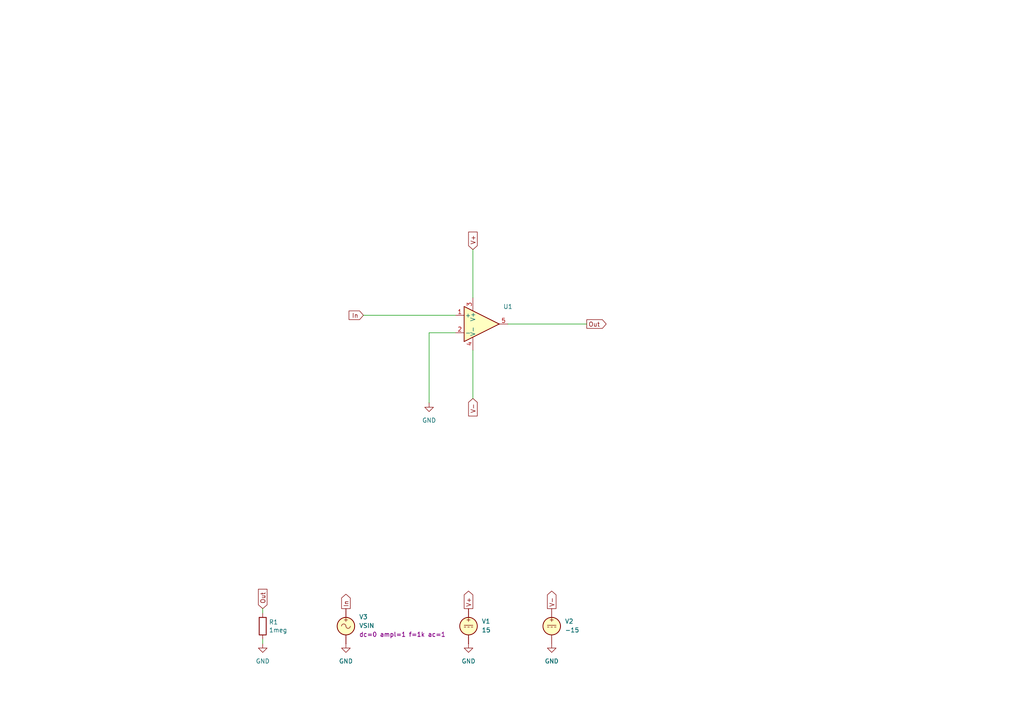
<source format=kicad_sch>
(kicad_sch (version 20231120) (generator "eeschema") (generator_version "8.0")
  (paper "A4")
  (title_block (title "OPamp, freerunning") (date "2024-12-15") (company "GitHub/OJStuff") (comment 4 "Does not work properly at the time (probably built-in SPICE model problems)"))
  (lib_symbols
    (symbol "Device:R" (pin_numbers hide) (pin_names (offset 0))
      (property "Reference" "R" (at 2.032 0 90))
      (property "Value" "R" (at 0 0 90))
      (symbol "R_0_1"
        (rectangle (start -1.016 -2.54) (end 1.016 2.54) (stroke (width 0.254)))
      )
      (symbol "R_1_1"
        (pin passive line (at 0 3.81 270) (length 1.27) (name "~") (number "1"))
        (pin passive line (at 0 -3.81 90) (length 1.27) (name "~") (number "2"))
      )
    )
    (symbol "Simulation_SPICE:OPAMP" (pin_names (offset 0.254))
      (property "Reference" "U" (at 3.81 3.175 0))
      (property "Value" "${SIM.PARAMS}" (at 3.81 -3.175 0))
      (symbol "OPAMP_0_1"
        (polyline (pts (xy 5.08 0) (xy -5.08 5.08) (xy -5.08 -5.08) (xy 5.08 0)) (stroke (width 0.254)) (fill (type background)))
      )
      (symbol "OPAMP_1_1"
        (pin input line (at -7.62 2.54 0) (length 2.54) (name "+") (number "1"))
        (pin input line (at -7.62 -2.54 0) (length 2.54) (name "-") (number "2"))
        (pin power_in line (at -2.54 7.62 270) (length 3.81) (name "V+") (number "3"))
        (pin power_in line (at -2.54 -7.62 90) (length 3.81) (name "V-") (number "4"))
        (pin output line (at 7.62 0 180) (length 2.54) (name "~") (number "5"))
      )
    )
    (symbol "VDC_1" (pin_numbers hide) (pin_names (offset 0.0254))
      (property "Reference" "V" (at 2.54 2.54 0))
      (property "Value" "1" (at 2.54 0 0))
      (symbol "VDC_1_0_0"
        (polyline (pts (xy -1.27 0.254) (xy 1.27 0.254)))
        (polyline (pts (xy -0.762 -0.254) (xy -1.27 -0.254)))
        (polyline (pts (xy 0.254 -0.254) (xy -0.254 -0.254)))
        (polyline (pts (xy 1.27 -0.254) (xy 0.762 -0.254)))
        (text "+" (at 0 1.905 0) (effects (font (size 1.27 1.27))))
      )
      (symbol "VDC_1_0_1"
        (circle (center 0 0) (radius 2.54) (stroke (width 0.254)) (fill (type background)))
      )
      (symbol "VDC_1_1_1"
        (pin passive line (at 0 5.08 270) (length 2.54) (name "~") (number "1"))
        (pin passive line (at 0 -5.08 90) (length 2.54) (name "~") (number "2"))
      )
    )
    (symbol "VSIN_1" (pin_numbers hide) (pin_names (offset 0.0254))
      (property "Reference" "V" (at 2.54 2.54 0))
      (property "Value" "VSIN" (at 2.54 0 0))
      (property "Sim.Params" "dc=0 ampl=1 f=1k ac=1" (at 2.54 -2.54 0))
      (symbol "VSIN_1_0_0"
        (arc (start 0 0) (mid -0.635 0.6323) (end -1.27 0))
        (arc (start 0 0) (mid 0.635 -0.6323) (end 1.27 0))
        (text "+" (at 0 1.905 0) (effects (font (size 1.27 1.27))))
      )
      (symbol "VSIN_1_0_1"
        (circle (center 0 0) (radius 2.54) (stroke (width 0.254)) (fill (type background)))
      )
      (symbol "VSIN_1_1_1"
        (pin passive line (at 0 5.08 270) (length 2.54) (name "~") (number "1"))
        (pin passive line (at 0 -5.08 90) (length 2.54) (name "~") (number "2"))
      )
    )
    (symbol "power:GND" (power) (pin_numbers hide) (pin_names (offset 0) hide)
      (property "Value" "GND" (at 0 -3.81 0))
      (symbol "GND_0_1"
        (polyline (pts (xy 0 0) (xy 0 -1.27) (xy 1.27 -1.27) (xy 0 -2.54) (xy -1.27 -1.27) (xy 0 -1.27)))
      )
      (symbol "GND_1_1"
        (pin power_in line (at 0 0 270) (length 0) (name "~") (number "1"))
      )
    )
  )
  (wire (pts (xy 105.41 91.44) (xy 132.08 91.44)))
  (wire (pts (xy 147.32 93.98) (xy 170.18 93.98)))
  (wire (pts (xy 76.2 185.42) (xy 76.2 186.69)))
  (wire (pts (xy 124.46 96.52) (xy 124.46 116.84)))
  (wire (pts (xy 124.46 96.52) (xy 132.08 96.52)))
  (wire (pts (xy 76.2 176.53) (xy 76.2 177.8)))
  (wire (pts (xy 137.16 115.57) (xy 137.16 101.6)))
  (wire (pts (xy 137.16 72.39) (xy 137.16 86.36)))
  (global_label "V+" (shape input) (at 137.16 72.39 90) (property "Intersheetrefs" "${INTERSHEET_REFS}" (effects (hide yes))))
  (global_label "In" (shape input) (at 105.41 91.44 180) (property "Intersheetrefs" "${INTERSHEET_REFS}" (effects (hide yes))))
  (global_label "V-" (shape input) (at 137.16 115.57 270) (property "Intersheetrefs" "${INTERSHEET_REFS}" (effects (hide yes))))
  (global_label "In" (shape output) (at 100.33 176.53 90) (property "Intersheetrefs" "${INTERSHEET_REFS}" (effects (hide yes))))
  (global_label "Out" (shape output) (at 170.18 93.98 0) (property "Intersheetrefs" "${INTERSHEET_REFS}" (effects (hide yes))))
  (global_label "Out" (shape input) (at 76.2 176.53 90) (property "Intersheetrefs" "${INTERSHEET_REFS}" (effects (hide yes))))
  (global_label "V+" (shape output) (at 135.89 176.53 90) (property "Intersheetrefs" "${INTERSHEET_REFS}" (effects (hide yes))))
  (global_label "V-" (shape output) (at 160.02 176.53 90) (property "Intersheetrefs" "${INTERSHEET_REFS}" (effects (hide yes))))
  (symbol (lib_id "power:GND") (at 76.2 186.69 0) (unit 1)
    (property "Reference" "#PWR05" (effects (hide yes)))
    (property "Value" "GND" (at 76.2 191.77 0))
    (property "Description" "Power symbol creates a global label with name \"GND\" , ground" (effects (hide yes)))
  )
  (symbol (lib_name "VDC_1") (lib_id "Simulation_SPICE:VDC") (at 160.02 181.61 0) (unit 1)
    (property "Reference" "V2" (at 163.83 180.2101 0) (effects (justify left)))
    (property "Value" "-15" (at 163.83 182.7501 0) (effects (justify left)))
    (property "Datasheet" "https://ngspice.sourceforge.io/docs/ngspice-html-manual/manual.xhtml#sec_Independent_Sources_for" (effects (hide yes)))
    (property "Description" "Voltage source, DC" (effects (hide yes)))
    (property "Sim.Pins" "1=+ 2=-" (effects (hide yes)))
    (property "Sim.Type" "DC" (effects (hide yes)))
    (property "Sim.Device" "V" (effects (hide yes)))
  )
  (symbol (lib_id "Simulation_SPICE:OPAMP") (at 139.7 93.98 0) (unit 1)
    (property "Reference" "U1" (at 147.32 88.9314 0))
    (property "Value" "${SIM.PARAMS}" (at 147.32 90.8365 0))
    (property "Datasheet" "https://ngspice.sourceforge.io/docs/ngspice-html-manual/manual.xhtml#sec__SUBCKT_Subcircuits" (effects (hide yes)))
    (property "Description" "Operational amplifier, single, node sequence=1:+ 2:- 3:OUT 4:V+ 5:V-" (effects (hide yes)))
    (property "Sim.Pins" "1=in+ 2=in- 3=vcc 4=vee 5=out" (effects (hide yes)))
    (property "Sim.Device" "SUBCKT" (effects (hide yes)))
    (property "Sim.Library" "${KICAD8_SYMBOL_DIR}/Simulation_SPICE.sp" (effects (hide yes)))
    (property "Sim.Name" "kicad_builtin_opamp" (effects (hide yes)))
  )
  (symbol (lib_name "VDC_1") (lib_id "Simulation_SPICE:VDC") (at 135.89 181.61 0) (unit 1)
    (property "Reference" "V1" (at 139.7 180.2101 0) (effects (justify left)))
    (property "Value" "15" (at 139.7 182.7501 0) (effects (justify left)))
    (property "Datasheet" "https://ngspice.sourceforge.io/docs/ngspice-html-manual/manual.xhtml#sec_Independent_Sources_for" (effects (hide yes)))
    (property "Description" "Voltage source, DC" (effects (hide yes)))
    (property "Sim.Pins" "1=+ 2=-" (effects (hide yes)))
    (property "Sim.Type" "DC" (effects (hide yes)))
    (property "Sim.Device" "V" (effects (hide yes)))
  )
  (symbol (lib_id "power:GND") (at 160.02 186.69 0) (unit 1)
    (property "Reference" "#PWR03" (effects (hide yes)))
    (property "Value" "GND" (at 160.02 191.77 0))
    (property "Description" "Power symbol creates a global label with name \"GND\" , ground" (effects (hide yes)))
  )
  (symbol (lib_id "power:GND") (at 100.33 186.69 0) (unit 1)
    (property "Reference" "#PWR01" (effects (hide yes)))
    (property "Value" "GND" (at 100.33 191.77 0))
    (property "Description" "Power symbol creates a global label with name \"GND\" , ground" (effects (hide yes)))
  )
  (symbol (lib_id "power:GND") (at 124.46 116.84 0) (unit 1)
    (property "Reference" "#PWR04" (effects (hide yes)))
    (property "Value" "GND" (at 124.46 121.92 0))
    (property "Description" "Power symbol creates a global label with name \"GND\" , ground" (effects (hide yes)))
  )
  (symbol (lib_id "Device:R") (at 76.2 181.61 0) (unit 1)
    (property "Reference" "R1" (at 77.978 180.4416 0) (effects (justify left)))
    (property "Value" "1meg" (at 77.978 182.753 0) (effects (justify left)))
  )
  (symbol (lib_name "VSIN_1") (lib_id "Simulation_SPICE:VSIN") (at 100.33 181.61 0) (unit 1)
    (property "Reference" "V3" (at 104.14 178.9401 0) (effects (justify left)))
    (property "Value" "VSIN" (at 104.14 181.4801 0) (effects (justify left)))
    (property "Datasheet" "https://ngspice.sourceforge.io/docs/ngspice-html-manual/manual.xhtml#sec_Independent_Sources_for" (effects (hide yes)))
    (property "Description" "Voltage source, sinusoidal" (effects (hide yes)))
    (property "Sim.Pins" "1=+ 2=-" (effects (hide yes)))
    (property "Sim.Params" "dc=0 ampl=1 f=1k ac=1" (at 104.14 184.0201 0) (effects (justify left)))
    (property "Sim.Type" "SIN" (effects (hide yes)))
    (property "Sim.Device" "V" (effects (hide yes)))
  )
  (symbol (lib_id "power:GND") (at 135.89 186.69 0) (unit 1)
    (property "Reference" "#PWR02" (effects (hide yes)))
    (property "Value" "GND" (at 135.89 191.77 0))
    (property "Description" "Power symbol creates a global label with name \"GND\" , ground" (effects (hide yes)))
  )
)
</source>
